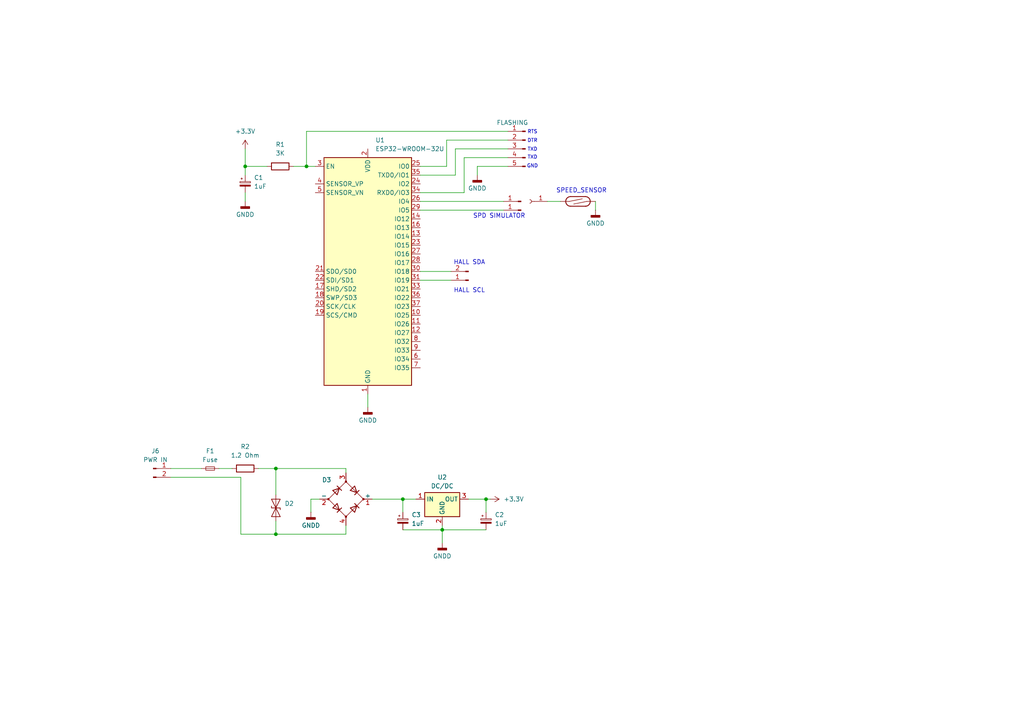
<source format=kicad_sch>
(kicad_sch (version 20231120) (generator "eeschema") (generator_version "8.0")
  (paper "A4")
  (lib_symbols
    (symbol "Connector:Conn_01x01_Pin" (pin_names (offset 1.016) hide)
      (property "Reference" "J" (at 0 2.54 0))
      (property "Value" "Conn_01x01_Pin" (at 0 -2.54 0))
      (symbol "Conn_01x01_Pin_1_1"
        (polyline (pts (xy 1.27 0) (xy 0.8636 0)) (stroke (width 0.1524)))
        (rectangle (start 0.8636 0.127) (end 0 -0.127) (stroke (width 0.1524)) (fill (type outline)))
        (pin passive line (at 5.08 0 180) (length 3.81) (name "Pin_1") (number "1"))
      )
    )
    (symbol "Connector:Conn_01x01_Socket" (pin_names (offset 1.016) hide)
      (property "Reference" "J" (at 0 2.54 0))
      (property "Value" "Conn_01x01_Socket" (at 0 -2.54 0))
      (symbol "Conn_01x01_Socket_1_1"
        (polyline (pts (xy -1.27 0) (xy -0.508 0)) (stroke (width 0.1524)))
        (arc (start 0 0.508) (mid -0.5058 0) (end 0 -0.508) (stroke (width 0.1524)))
        (pin passive line (at -5.08 0 0) (length 3.81) (name "Pin_1") (number "1"))
      )
    )
    (symbol "Connector:Conn_01x02_Pin" (pin_names (offset 1.016) hide)
      (property "Reference" "J" (at 0 2.54 0))
      (property "Value" "Conn_01x02_Pin" (at 0 -5.08 0))
      (symbol "Conn_01x02_Pin_1_1"
        (polyline (pts (xy 1.27 -2.54) (xy 0.8636 -2.54)) (stroke (width 0.1524)))
        (polyline (pts (xy 1.27 0) (xy 0.8636 0)) (stroke (width 0.1524)))
        (rectangle (start 0.8636 -2.413) (end 0 -2.667) (stroke (width 0.1524)) (fill (type outline)))
        (rectangle (start 0.8636 0.127) (end 0 -0.127) (stroke (width 0.1524)) (fill (type outline)))
        (pin passive line (at 5.08 0 180) (length 3.81) (name "Pin_1") (number "1"))
        (pin passive line (at 5.08 -2.54 180) (length 3.81) (name "Pin_2") (number "2"))
      )
    )
    (symbol "Connector:Conn_01x05_Pin" (pin_names (offset 1.016) hide)
      (property "Reference" "J" (at 0 7.62 0))
      (property "Value" "Conn_01x05_Pin" (at 0 -7.62 0))
      (symbol "Conn_01x05_Pin_1_1"
        (polyline (pts (xy 1.27 -5.08) (xy 0.8636 -5.08)) (stroke (width 0.1524)))
        (polyline (pts (xy 1.27 -2.54) (xy 0.8636 -2.54)) (stroke (width 0.1524)))
        (polyline (pts (xy 1.27 0) (xy 0.8636 0)) (stroke (width 0.1524)))
        (polyline (pts (xy 1.27 2.54) (xy 0.8636 2.54)) (stroke (width 0.1524)))
        (polyline (pts (xy 1.27 5.08) (xy 0.8636 5.08)) (stroke (width 0.1524)))
        (rectangle (start 0.8636 -4.953) (end 0 -5.207) (stroke (width 0.1524)) (fill (type outline)))
        (rectangle (start 0.8636 -2.413) (end 0 -2.667) (stroke (width 0.1524)) (fill (type outline)))
        (rectangle (start 0.8636 0.127) (end 0 -0.127) (stroke (width 0.1524)) (fill (type outline)))
        (rectangle (start 0.8636 2.667) (end 0 2.413) (stroke (width 0.1524)) (fill (type outline)))
        (rectangle (start 0.8636 5.207) (end 0 4.953) (stroke (width 0.1524)) (fill (type outline)))
        (pin passive line (at 5.08 5.08 180) (length 3.81) (name "Pin_1") (number "1"))
        (pin passive line (at 5.08 2.54 180) (length 3.81) (name "Pin_2") (number "2"))
        (pin passive line (at 5.08 0 180) (length 3.81) (name "Pin_3") (number "3"))
        (pin passive line (at 5.08 -2.54 180) (length 3.81) (name "Pin_4") (number "4"))
        (pin passive line (at 5.08 -5.08 180) (length 3.81) (name "Pin_5") (number "5"))
      )
    )
    (symbol "Converter_DCDC:OKI-78SR-3.3_1.5-W36H-C"
      (property "Reference" "U" (at -3.81 3.175 0))
      (property "Value" "OKI-78SR-3.3_1.5-W36H-C" (at 0 3.175 0))
      (symbol "OKI-78SR-3.3_1.5-W36H-C_0_1"
        (rectangle (start -5.08 1.905) (end 5.08 -5.08) (stroke (width 0.254)) (fill (type background)))
      )
      (symbol "OKI-78SR-3.3_1.5-W36H-C_1_1"
        (pin power_in line (at -7.62 0 0) (length 2.54) (name "IN") (number "1"))
        (pin power_in line (at 0 -7.62 90) (length 2.54) (name "GND") (number "2"))
        (pin power_out line (at 7.62 0 180) (length 2.54) (name "OUT") (number "3"))
      )
    )
    (symbol "Device:C_Polarized_Small" (pin_numbers hide) (pin_names (offset 0.254) hide)
      (property "Reference" "C" (at 0.254 1.778 0))
      (property "Value" "C_Polarized_Small" (at 0.254 -2.032 0))
      (symbol "C_Polarized_Small_0_1"
        (rectangle (start -1.524 -0.3048) (end 1.524 -0.6858) (fill (type outline)))
        (rectangle (start -1.524 0.6858) (end 1.524 0.3048))
        (polyline (pts (xy -1.27 1.524) (xy -0.762 1.524)))
        (polyline (pts (xy -1.016 1.27) (xy -1.016 1.778)))
      )
      (symbol "C_Polarized_Small_1_1"
        (pin passive line (at 0 2.54 270) (length 1.8542) (name "~") (number "1"))
        (pin passive line (at 0 -2.54 90) (length 1.8542) (name "~") (number "2"))
      )
    )
    (symbol "Device:D_Bridge_+-AA" (pin_names (offset 0))
      (property "Reference" "D" (at 2.54 6.985 0))
      (property "Value" "D_Bridge_+-AA" (at 2.54 5.08 0))
      (symbol "D_Bridge_+-AA_0_1"
        (circle (center -5.08 0) (radius 0.254) (fill (type outline)))
        (circle (center 0 -5.08) (radius 0.254) (fill (type outline)))
        (polyline (pts (xy -2.54 3.81) (xy -1.27 2.54)) (stroke (width 0.254)))
        (polyline (pts (xy -1.27 -2.54) (xy -2.54 -3.81)) (stroke (width 0.254)))
        (polyline (pts (xy 2.54 -1.27) (xy 3.81 -2.54)) (stroke (width 0.254)))
        (polyline (pts (xy 2.54 1.27) (xy 3.81 2.54)) (stroke (width 0.254)))
        (polyline (pts (xy -3.81 2.54) (xy -2.54 1.27) (xy -1.905 3.175) (xy -3.81 2.54)) (stroke (width 0.254)))
        (polyline (pts (xy -2.54 -1.27) (xy -3.81 -2.54) (xy -1.905 -3.175) (xy -2.54 -1.27)) (stroke (width 0.254)))
        (polyline (pts (xy 1.27 2.54) (xy 2.54 3.81) (xy 3.175 1.905) (xy 1.27 2.54)) (stroke (width 0.254)))
        (polyline (pts (xy 3.175 -1.905) (xy 1.27 -2.54) (xy 2.54 -3.81) (xy 3.175 -1.905)) (stroke (width 0.254)))
        (polyline (pts (xy -5.08 0) (xy 0 -5.08) (xy 5.08 0) (xy 0 5.08) (xy -5.08 0)))
        (circle (center 0 5.08) (radius 0.254) (fill (type outline)))
        (circle (center 5.08 0) (radius 0.254) (fill (type outline)))
      )
      (symbol "D_Bridge_+-AA_1_1"
        (pin passive line (at 7.62 0 180) (length 2.54) (name "+") (number "1"))
        (pin passive line (at -7.62 0 0) (length 2.54) (name "-") (number "2"))
        (pin passive line (at 0 7.62 270) (length 2.54) (name "~") (number "3"))
        (pin passive line (at 0 -7.62 90) (length 2.54) (name "~") (number "4"))
      )
    )
    (symbol "Device:Fuse_Small" (pin_numbers hide) (pin_names (offset 0.254) hide)
      (property "Reference" "F" (at 0 -1.524 0))
      (property "Value" "Fuse_Small" (at 0 1.524 0))
      (symbol "Fuse_Small_0_1"
        (rectangle (start -1.27 0.508) (end 1.27 -0.508))
        (polyline (pts (xy -1.27 0) (xy 1.27 0)))
      )
      (symbol "Fuse_Small_1_1"
        (pin passive line (at -2.54 0 0) (length 1.27) (name "~") (number "1"))
        (pin passive line (at 2.54 0 180) (length 1.27) (name "~") (number "2"))
      )
    )
    (symbol "Device:R" (pin_numbers hide) (pin_names (offset 0))
      (property "Reference" "R" (at 2.032 0 90))
      (property "Value" "R" (at 0 0 90))
      (symbol "R_0_1"
        (rectangle (start -1.016 -2.54) (end 1.016 2.54) (stroke (width 0.254)))
      )
      (symbol "R_1_1"
        (pin passive line (at 0 3.81 270) (length 1.27) (name "~") (number "1"))
        (pin passive line (at 0 -3.81 90) (length 1.27) (name "~") (number "2"))
      )
    )
    (symbol "Diode:SMAJ11CA" (pin_numbers hide) (pin_names (offset 1.016) hide)
      (property "Reference" "D" (at 0 2.54 0))
      (property "Value" "SMAJ11CA" (at 0 -2.54 0))
      (symbol "SMAJ11CA_0_1"
        (polyline (pts (xy 1.27 0) (xy -1.27 0)))
        (polyline (pts (xy -2.54 -1.27) (xy 0 0) (xy -2.54 1.27) (xy -2.54 -1.27)) (stroke (width 0.2032)))
        (polyline (pts (xy 0.508 1.27) (xy 0 1.27) (xy 0 -1.27) (xy -0.508 -1.27)) (stroke (width 0.2032)))
        (polyline (pts (xy 2.54 1.27) (xy 2.54 -1.27) (xy 0 0) (xy 2.54 1.27)) (stroke (width 0.2032)))
      )
      (symbol "SMAJ11CA_1_1"
        (pin passive line (at -3.81 0 0) (length 2.54) (name "A1") (number "1"))
        (pin passive line (at 3.81 0 180) (length 2.54) (name "A2") (number "2"))
      )
    )
    (symbol "RF_Module:ESP32-WROOM-32U"
      (property "Reference" "U" (at -12.7 34.29 0))
      (property "Value" "ESP32-WROOM-32U" (at 1.27 34.29 0))
      (symbol "ESP32-WROOM-32U_0_1"
        (rectangle (start -12.7 33.02) (end 12.7 -33.02) (stroke (width 0.254)) (fill (type background)))
      )
      (symbol "ESP32-WROOM-32U_1_1"
        (pin power_in line (at 0 -35.56 90) (length 2.54) (name "GND") (number "1"))
        (pin bidirectional line (at 15.24 -12.7 180) (length 2.54) (name "IO25") (number "10"))
        (pin bidirectional line (at 15.24 -15.24 180) (length 2.54) (name "IO26") (number "11"))
        (pin bidirectional line (at 15.24 -17.78 180) (length 2.54) (name "IO27") (number "12"))
        (pin bidirectional line (at 15.24 10.16 180) (length 2.54) (name "IO14") (number "13"))
        (pin bidirectional line (at 15.24 15.24 180) (length 2.54) (name "IO12") (number "14"))
        (pin passive line (at 0 -35.56 90) (length 2.54) hide (name "GND") (number "15"))
        (pin bidirectional line (at 15.24 12.7 180) (length 2.54) (name "IO13") (number "16"))
        (pin bidirectional line (at -15.24 -5.08 0) (length 2.54) (name "SHD/SD2") (number "17"))
        (pin bidirectional line (at -15.24 -7.62 0) (length 2.54) (name "SWP/SD3") (number "18"))
        (pin bidirectional line (at -15.24 -12.7 0) (length 2.54) (name "SCS/CMD") (number "19"))
        (pin power_in line (at 0 35.56 270) (length 2.54) (name "VDD") (number "2"))
        (pin bidirectional line (at -15.24 -10.16 0) (length 2.54) (name "SCK/CLK") (number "20"))
        (pin bidirectional line (at -15.24 0 0) (length 2.54) (name "SDO/SD0") (number "21"))
        (pin bidirectional line (at -15.24 -2.54 0) (length 2.54) (name "SDI/SD1") (number "22"))
        (pin bidirectional line (at 15.24 7.62 180) (length 2.54) (name "IO15") (number "23"))
        (pin bidirectional line (at 15.24 25.4 180) (length 2.54) (name "IO2") (number "24"))
        (pin bidirectional line (at 15.24 30.48 180) (length 2.54) (name "IO0") (number "25"))
        (pin bidirectional line (at 15.24 20.32 180) (length 2.54) (name "IO4") (number "26"))
        (pin bidirectional line (at 15.24 5.08 180) (length 2.54) (name "IO16") (number "27"))
        (pin bidirectional line (at 15.24 2.54 180) (length 2.54) (name "IO17") (number "28"))
        (pin bidirectional line (at 15.24 17.78 180) (length 2.54) (name "IO5") (number "29"))
        (pin input line (at -15.24 30.48 0) (length 2.54) (name "EN") (number "3"))
        (pin bidirectional line (at 15.24 0 180) (length 2.54) (name "IO18") (number "30"))
        (pin bidirectional line (at 15.24 -2.54 180) (length 2.54) (name "IO19") (number "31"))
        (pin no_connect line (at -12.7 -27.94 0) (length 2.54) hide (name "NC") (number "32"))
        (pin bidirectional line (at 15.24 -5.08 180) (length 2.54) (name "IO21") (number "33"))
        (pin bidirectional line (at 15.24 22.86 180) (length 2.54) (name "RXD0/IO3") (number "34"))
        (pin bidirectional line (at 15.24 27.94 180) (length 2.54) (name "TXD0/IO1") (number "35"))
        (pin bidirectional line (at 15.24 -7.62 180) (length 2.54) (name "IO22") (number "36"))
        (pin bidirectional line (at 15.24 -10.16 180) (length 2.54) (name "IO23") (number "37"))
        (pin passive line (at 0 -35.56 90) (length 2.54) hide (name "GND") (number "38"))
        (pin passive line (at 0 -35.56 90) (length 2.54) hide (name "GND") (number "39"))
        (pin input line (at -15.24 25.4 0) (length 2.54) (name "SENSOR_VP") (number "4"))
        (pin input line (at -15.24 22.86 0) (length 2.54) (name "SENSOR_VN") (number "5"))
        (pin input line (at 15.24 -25.4 180) (length 2.54) (name "IO34") (number "6"))
        (pin input line (at 15.24 -27.94 180) (length 2.54) (name "IO35") (number "7"))
        (pin bidirectional line (at 15.24 -20.32 180) (length 2.54) (name "IO32") (number "8"))
        (pin bidirectional line (at 15.24 -22.86 180) (length 2.54) (name "IO33") (number "9"))
      )
    )
    (symbol "Switch:SW_Reed" (pin_numbers hide) (pin_names (offset 0) hide)
      (property "Reference" "SW" (at 0 2.54 0))
      (property "Value" "SW_Reed" (at 0 -2.54 0))
      (symbol "SW_Reed_0_0"
        (arc (start -2.159 1.397) (mid -3.55 0) (end -2.159 -1.397) (stroke (width 0.254)))
        (polyline (pts (xy -2.54 0) (xy 1.27 0.762)))
        (polyline (pts (xy -2.159 -1.397) (xy 2.286 -1.397)) (stroke (width 0.254)))
        (polyline (pts (xy 2.159 1.397) (xy -2.159 1.397)) (stroke (width 0.254)))
        (polyline (pts (xy 2.54 0) (xy -1.27 -0.762)))
        (arc (start 2.159 -1.397) (mid 3.55 0) (end 2.159 1.397) (stroke (width 0.254)))
      )
      (symbol "SW_Reed_1_1"
        (pin passive line (at -5.08 0 0) (length 2.54) (name "1") (number "1"))
        (pin passive line (at 5.08 0 180) (length 2.54) (name "2") (number "2"))
      )
    )
    (symbol "power:+3.3V" (power) (pin_numbers hide) (pin_names (offset 0) hide)
      (property "Value" "+3.3V" (at 0 3.556 0))
      (symbol "+3.3V_0_1"
        (polyline (pts (xy -0.762 1.27) (xy 0 2.54)))
        (polyline (pts (xy 0 0) (xy 0 2.54)))
        (polyline (pts (xy 0 2.54) (xy 0.762 1.27)))
      )
      (symbol "+3.3V_1_1"
        (pin power_in line (at 0 0 90) (length 0) (name "~") (number "1"))
      )
    )
    (symbol "power:GNDD" (power) (pin_numbers hide) (pin_names (offset 0) hide)
      (property "Value" "GNDD" (at 0 -3.175 0))
      (symbol "GNDD_0_1"
        (rectangle (start -1.27 -1.524) (end 1.27 -2.032) (stroke (width 0.254)) (fill (type outline)))
        (polyline (pts (xy 0 0) (xy 0 -1.524)))
      )
      (symbol "GNDD_1_1"
        (pin power_in line (at 0 0 270) (length 0) (name "~") (number "1"))
      )
    )
  )
  (junction (at 116.84 144.78))
  (junction (at 80.01 154.94))
  (junction (at 88.9 48.26))
  (junction (at 71.12 48.26))
  (junction (at 140.97 144.78))
  (junction (at 128.27 153.67))
  (junction (at 80.01 135.89))
  (wire (pts (xy 134.62 45.72) (xy 134.62 55.88)))
  (wire (pts (xy 88.9 48.26) (xy 88.9 38.1)))
  (wire (pts (xy 71.12 48.26) (xy 71.12 43.18)))
  (wire (pts (xy 106.68 114.3) (xy 106.68 118.11)))
  (wire (pts (xy 121.92 58.42) (xy 146.05 58.42)))
  (wire (pts (xy 128.27 153.67) (xy 128.27 157.48)))
  (wire (pts (xy 69.85 154.94) (xy 80.01 154.94)))
  (wire (pts (xy 116.84 144.78) (xy 120.65 144.78)))
  (wire (pts (xy 63.5 135.89) (xy 67.31 135.89)))
  (wire (pts (xy 172.72 58.42) (xy 172.72 60.96)))
  (wire (pts (xy 49.53 135.89) (xy 58.42 135.89)))
  (wire (pts (xy 132.08 50.8) (xy 121.92 50.8)))
  (wire (pts (xy 121.92 60.96) (xy 146.05 60.96)))
  (wire (pts (xy 140.97 144.78) (xy 140.97 148.59)))
  (wire (pts (xy 140.97 144.78) (xy 142.24 144.78)))
  (wire (pts (xy 74.93 135.89) (xy 80.01 135.89)))
  (wire (pts (xy 134.62 55.88) (xy 121.92 55.88)))
  (wire (pts (xy 147.32 48.26) (xy 138.43 48.26)))
  (wire (pts (xy 147.32 45.72) (xy 134.62 45.72)))
  (wire (pts (xy 116.84 153.67) (xy 128.27 153.67)))
  (wire (pts (xy 138.43 48.26) (xy 138.43 50.8)))
  (wire (pts (xy 128.27 153.67) (xy 140.97 153.67)))
  (wire (pts (xy 80.01 154.94) (xy 100.33 154.94)))
  (wire (pts (xy 158.75 58.42) (xy 162.56 58.42)))
  (wire (pts (xy 88.9 38.1) (xy 147.32 38.1)))
  (wire (pts (xy 71.12 48.26) (xy 71.12 50.8)))
  (wire (pts (xy 71.12 55.88) (xy 71.12 58.42)))
  (wire (pts (xy 121.92 81.28) (xy 130.81 81.28)))
  (wire (pts (xy 85.09 48.26) (xy 88.9 48.26)))
  (wire (pts (xy 128.27 152.4) (xy 128.27 153.67)))
  (wire (pts (xy 92.71 144.78) (xy 90.17 144.78)))
  (wire (pts (xy 129.54 40.64) (xy 147.32 40.64)))
  (wire (pts (xy 129.54 48.26) (xy 129.54 40.64)))
  (wire (pts (xy 147.32 43.18) (xy 132.08 43.18)))
  (wire (pts (xy 80.01 135.89) (xy 100.33 135.89)))
  (wire (pts (xy 100.33 154.94) (xy 100.33 152.4)))
  (wire (pts (xy 116.84 144.78) (xy 116.84 148.59)))
  (wire (pts (xy 121.92 48.26) (xy 129.54 48.26)))
  (wire (pts (xy 107.95 144.78) (xy 116.84 144.78)))
  (wire (pts (xy 90.17 144.78) (xy 90.17 148.59)))
  (wire (pts (xy 135.89 144.78) (xy 140.97 144.78)))
  (wire (pts (xy 77.47 48.26) (xy 71.12 48.26)))
  (wire (pts (xy 121.92 78.74) (xy 130.81 78.74)))
  (wire (pts (xy 49.53 138.43) (xy 69.85 138.43)))
  (wire (pts (xy 100.33 135.89) (xy 100.33 137.16)))
  (wire (pts (xy 80.01 135.89) (xy 80.01 143.51)))
  (wire (pts (xy 132.08 43.18) (xy 132.08 50.8)))
  (wire (pts (xy 69.85 138.43) (xy 69.85 154.94)))
  (wire (pts (xy 80.01 151.13) (xy 80.01 154.94)))
  (wire (pts (xy 88.9 48.26) (xy 91.44 48.26)))
  (text "DTR" (at 154.432 40.894 0) (effects (font (size 1.016 1.016))))
  (text "TXD" (at 154.432 45.72 0) (effects (font (size 1.016 1.016))))
  (text "SPEED_SENSOR" (at 168.656 55.372 0) (effects (font (size 1.27 1.27))))
  (text "SPD SIMULATOR" (at 144.78 62.738 0) (effects (font (size 1.27 1.27))))
  (text "GND" (at 154.432 48.26 0) (effects (font (size 1.016 1.016))))
  (text "HALL SCL" (at 136.144 84.328 0) (effects (font (size 1.27 1.27))))
  (text "RTS" (at 154.432 38.354 0) (effects (font (size 1.016 1.016))))
  (text "TXD" (at 154.432 43.434 0) (effects (font (size 1.016 1.016))))
  (text "HALL SDA" (at 136.144 76.2 0) (effects (font (size 1.27 1.27))))
  (symbol (lib_id "Device:D_Bridge_+-AA") (at 100.33 144.78 0) (unit 1)
    (property "Reference" "D3" (at 94.742 139.192 0))
    (property "Value" "D_Bridge_+-AA" (effects (hide yes)))
    (property "Description" "Diode bridge, +ve/-ve/AC/AC" (effects (hide yes)))
  )
  (symbol (lib_id "Connector:Conn_01x02_Pin") (at 44.45 135.89 0) (unit 1)
    (property "Reference" "J6" (at 45.085 130.81 0))
    (property "Value" "PWR IN" (at 45.085 133.35 0))
    (property "Description" "Generic connector, single row, 01x02, script generated" (effects (hide yes)))
  )
  (symbol (lib_id "power:+3.3V") (at 71.12 43.18 0) (unit 1)
    (property "Reference" "#PWR01" (effects (hide yes)))
    (property "Value" "+3.3V" (at 71.12 38.1 0))
    (property "Description" "Power symbol creates a global label with name \"+3.3V\"" (effects (hide yes)))
  )
  (symbol (lib_id "Device:Fuse_Small") (at 60.96 135.89 0) (unit 1)
    (property "Reference" "F1" (at 60.96 130.81 0))
    (property "Value" "Fuse" (at 60.96 133.35 0))
    (property "Description" "Fuse, small symbol" (effects (hide yes)))
  )
  (symbol (lib_id "Converter_DCDC:OKI-78SR-3.3_1.5-W36H-C") (at 128.27 144.78 0) (unit 1)
    (property "Reference" "U2" (at 128.27 138.43 0))
    (property "Value" "DC/DC" (at 128.27 140.97 0))
    (property "Footprint" "Converter_DCDC:Converter_DCDC_Murata_OKI-78SR_Horizontal" (effects (hide yes)))
    (property "Datasheet" "https://power.murata.com/data/power/oki-78sr.pdf" (effects (hide yes)))
    (property "Description" "1.5A Step-Down DC/DC-Regulator, 7-36V input, 3.3V fixed Output Voltage, LM78xx replacement, -40°C to +85°C, OKI-78SR_Horizontal" (effects (hide yes)))
  )
  (symbol (lib_id "Switch:SW_Reed") (at 167.64 58.42 0) (unit 1)
    (property "Reference" "SW1" (effects (hide yes)))
    (property "Value" "SW_Reed" (effects (hide yes)))
    (property "Description" "reed switch" (effects (hide yes)))
  )
  (symbol (lib_id "Connector:Conn_01x02_Pin") (at 135.89 81.28 180) (unit 1)
    (property "Reference" "J1" (effects (hide yes)))
    (property "Value" "Conn_01x02_Pin" (effects (hide yes)))
    (property "Description" "Generic connector, single row, 01x02, script generated" (effects (hide yes)))
  )
  (symbol (lib_id "Connector:Conn_01x01_Socket") (at 153.67 58.42 180) (unit 1)
    (property "Reference" "J3" (effects (hide yes)))
    (property "Value" "Conn_01x01_Socket" (effects (hide yes)))
    (property "Description" "Generic connector, single row, 01x01, script generated" (effects (hide yes)))
  )
  (symbol (lib_id "Device:R") (at 81.28 48.26 90) (unit 1)
    (property "Reference" "R1" (at 81.28 41.91 90))
    (property "Value" "3K" (at 81.28 44.45 90))
    (property "Description" "Resistor" (effects (hide yes)))
  )
  (symbol (lib_id "power:GNDD") (at 90.17 148.59 0) (unit 1)
    (property "Reference" "#PWR08" (effects (hide yes)))
    (property "Value" "GNDD" (at 90.17 152.4 0))
    (property "Description" "Power symbol creates a global label with name \"GNDD\" , digital ground" (effects (hide yes)))
  )
  (symbol (lib_id "power:GNDD") (at 106.68 118.11 0) (unit 1)
    (property "Reference" "#PWR05" (effects (hide yes)))
    (property "Value" "GNDD" (at 106.68 121.92 0))
    (property "Description" "Power symbol creates a global label with name \"GNDD\" , digital ground" (effects (hide yes)))
  )
  (symbol (lib_id "Connector:Conn_01x01_Pin") (at 151.13 60.96 180) (unit 1)
    (property "Reference" "J4" (effects (hide yes)))
    (property "Value" "Conn_01x01_Pin" (effects (hide yes)))
    (property "Description" "Generic connector, single row, 01x01, script generated" (effects (hide yes)))
  )
  (symbol (lib_id "power:+3.3V") (at 142.24 144.78 270) (unit 1)
    (property "Reference" "#PWR07" (effects (hide yes)))
    (property "Value" "+3.3V" (at 146.05 144.7799 90) (effects (justify left)))
    (property "Description" "Power symbol creates a global label with name \"+3.3V\"" (effects (hide yes)))
  )
  (symbol (lib_id "Connector:Conn_01x01_Pin") (at 151.13 58.42 180) (unit 1)
    (property "Reference" "J2" (effects (hide yes)))
    (property "Value" "Conn_01x01_Pin" (effects (hide yes)))
    (property "Description" "Generic connector, single row, 01x01, script generated" (effects (hide yes)))
  )
  (symbol (lib_id "power:GNDD") (at 128.27 157.48 0) (unit 1)
    (property "Reference" "#PWR06" (effects (hide yes)))
    (property "Value" "GNDD" (at 128.27 161.29 0))
    (property "Description" "Power symbol creates a global label with name \"GNDD\" , digital ground" (effects (hide yes)))
  )
  (symbol (lib_id "power:GNDD") (at 172.72 60.96 0) (unit 1)
    (property "Reference" "#PWR03" (effects (hide yes)))
    (property "Value" "GNDD" (at 172.72 64.77 0))
    (property "Description" "Power symbol creates a global label with name \"GNDD\" , digital ground" (effects (hide yes)))
  )
  (symbol (lib_id "Device:C_Polarized_Small") (at 71.12 53.34 0) (unit 1)
    (property "Reference" "C1" (at 73.66 51.5238 0) (effects (justify left)))
    (property "Value" "1uF" (at 73.66 54.0638 0) (effects (justify left)))
    (property "Description" "Polarized capacitor, small symbol" (effects (hide yes)))
  )
  (symbol (lib_id "Connector:Conn_01x05_Pin") (at 152.4 43.18 0) (mirror y) (unit 1)
    (property "Reference" "J5" (effects (hide yes)))
    (property "Value" "FLASHING" (at 144.018 35.56 0) (effects (justify right)))
    (property "Description" "Generic connector, single row, 01x05, script generated" (effects (hide yes)))
  )
  (symbol (lib_id "Device:R") (at 71.12 135.89 90) (unit 1)
    (property "Reference" "R2" (at 71.12 129.54 90))
    (property "Value" "1.2 Ohm" (at 71.12 132.08 90))
    (property "Description" "Resistor" (effects (hide yes)))
  )
  (symbol (lib_id "power:GNDD") (at 71.12 58.42 0) (unit 1)
    (property "Reference" "#PWR02" (effects (hide yes)))
    (property "Value" "GNDD" (at 71.12 62.23 0))
    (property "Description" "Power symbol creates a global label with name \"GNDD\" , digital ground" (effects (hide yes)))
  )
  (symbol (lib_id "Diode:SMAJ11CA") (at 80.01 147.32 270) (unit 1)
    (property "Reference" "D2" (at 82.55 146.0499 90) (effects (justify left)))
    (property "Value" "SMAJ11CA" (effects (hide yes)))
    (property "Footprint" "Diode_SMD:D_SMA" (effects (hide yes)))
    (property "Datasheet" "https://www.littelfuse.com/media?resourcetype=datasheets&itemid=75e32973-b177-4ee3-a0ff-cedaf1abdb93&filename=smaj-datasheet" (effects (hide yes)))
    (property "Description" "400W bidirectional Transient Voltage Suppressor, 11.0Vr, SMA(DO-214AC)" (effects (hide yes)))
  )
  (symbol (lib_id "Device:C_Polarized_Small") (at 140.97 151.13 0) (unit 1)
    (property "Reference" "C2" (at 143.51 149.3138 0) (effects (justify left)))
    (property "Value" "1uF" (at 143.51 151.8538 0) (effects (justify left)))
    (property "Description" "Polarized capacitor, small symbol" (effects (hide yes)))
  )
  (symbol (lib_id "power:GNDD") (at 138.43 50.8 0) (unit 1)
    (property "Reference" "#PWR04" (effects (hide yes)))
    (property "Value" "GNDD" (at 138.43 54.61 0))
    (property "Description" "Power symbol creates a global label with name \"GNDD\" , digital ground" (effects (hide yes)))
  )
  (symbol (lib_id "RF_Module:ESP32-WROOM-32U") (at 106.68 78.74 0) (unit 1)
    (property "Reference" "U1" (at 108.8741 40.64 0) (effects (justify left)))
    (property "Value" "ESP32-WROOM-32U" (at 108.8741 43.18 0) (effects (justify left)))
    (property "Footprint" "RF_Module:ESP32-WROOM-32U" (effects (hide yes)))
    (property "Datasheet" "https://www.espressif.com/sites/default/files/documentation/esp32-wroom-32d_esp32-wroom-32u_datasheet_en.pdf" (effects (hide yes)))
    (property "Description" "RF Module, ESP32-D0WD SoC, Wi-Fi 802.11b/g/n, Bluetooth, BLE, 32-bit, 2.7-3.6V, external antenna, SMD" (effects (hide yes)))
  )
  (symbol (lib_id "Device:C_Polarized_Small") (at 116.84 151.13 0) (unit 1)
    (property "Reference" "C3" (at 119.38 149.3138 0) (effects (justify left)))
    (property "Value" "1uF" (at 119.38 151.8538 0) (effects (justify left)))
    (property "Description" "Polarized capacitor, small symbol" (effects (hide yes)))
  )
)
</source>
